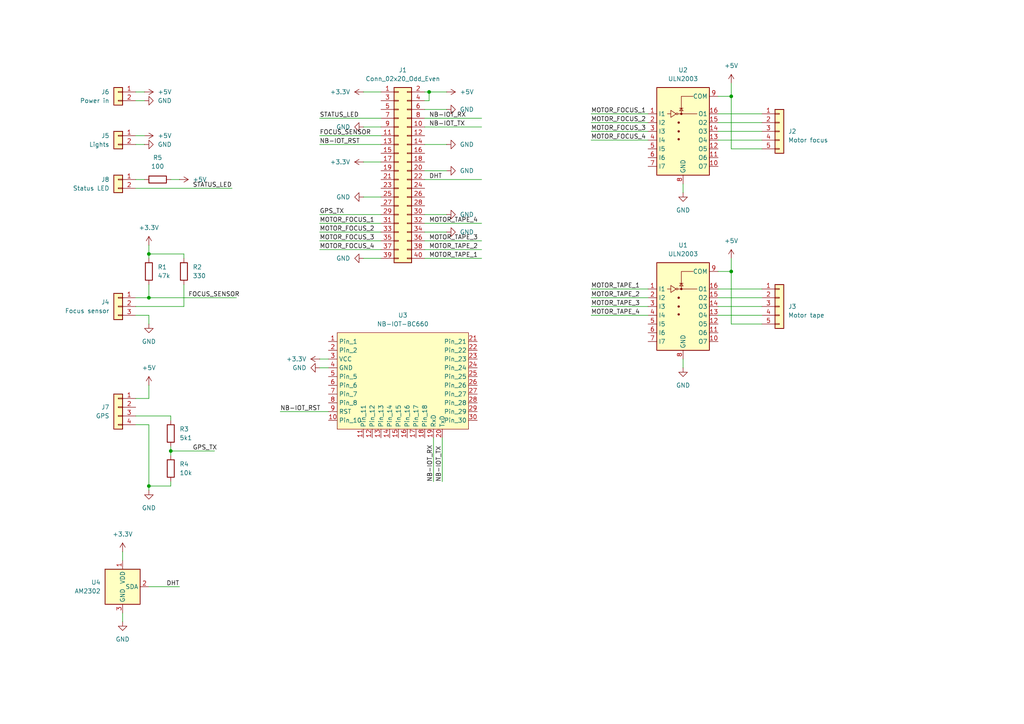
<source format=kicad_sch>
(kicad_sch (version 20231120) (generator "eeschema") (generator_version "8.0")
  (paper "A4")
  (lib_symbols
    (symbol "Connector_Generic:Conn_01x02" (pin_names (offset 1.016) hide)
      (property "Reference" "J" (at 0 2.54 0))
      (property "Value" "Conn_01x02" (at 0 -5.08 0))
      (symbol "Conn_01x02_1_1"
        (rectangle (start -1.27 -2.413) (end 0 -2.667) (stroke (width 0.1524)))
        (rectangle (start -1.27 0.127) (end 0 -0.127) (stroke (width 0.1524)))
        (rectangle (start -1.27 1.27) (end 1.27 -3.81) (stroke (width 0.254)) (fill (type background)))
        (pin passive line (at -5.08 0 0) (length 3.81) (name "Pin_1") (number "1"))
        (pin passive line (at -5.08 -2.54 0) (length 3.81) (name "Pin_2") (number "2"))
      )
    )
    (symbol "Connector_Generic:Conn_01x03" (pin_names (offset 1.016) hide)
      (property "Reference" "J" (at 0 5.08 0))
      (property "Value" "Conn_01x03" (at 0 -5.08 0))
      (symbol "Conn_01x03_1_1"
        (rectangle (start -1.27 -2.413) (end 0 -2.667) (stroke (width 0.1524)))
        (rectangle (start -1.27 0.127) (end 0 -0.127) (stroke (width 0.1524)))
        (rectangle (start -1.27 2.667) (end 0 2.413) (stroke (width 0.1524)))
        (rectangle (start -1.27 3.81) (end 1.27 -3.81) (stroke (width 0.254)) (fill (type background)))
        (pin passive line (at -5.08 2.54 0) (length 3.81) (name "Pin_1") (number "1"))
        (pin passive line (at -5.08 0 0) (length 3.81) (name "Pin_2") (number "2"))
        (pin passive line (at -5.08 -2.54 0) (length 3.81) (name "Pin_3") (number "3"))
      )
    )
    (symbol "Connector_Generic:Conn_01x04" (pin_names (offset 1.016) hide)
      (property "Reference" "J" (at 0 5.08 0))
      (property "Value" "Conn_01x04" (at 0 -7.62 0))
      (symbol "Conn_01x04_1_1"
        (rectangle (start -1.27 -4.953) (end 0 -5.207) (stroke (width 0.1524)))
        (rectangle (start -1.27 -2.413) (end 0 -2.667) (stroke (width 0.1524)))
        (rectangle (start -1.27 0.127) (end 0 -0.127) (stroke (width 0.1524)))
        (rectangle (start -1.27 2.667) (end 0 2.413) (stroke (width 0.1524)))
        (rectangle (start -1.27 3.81) (end 1.27 -6.35) (stroke (width 0.254)) (fill (type background)))
        (pin passive line (at -5.08 2.54 0) (length 3.81) (name "Pin_1") (number "1"))
        (pin passive line (at -5.08 0 0) (length 3.81) (name "Pin_2") (number "2"))
        (pin passive line (at -5.08 -2.54 0) (length 3.81) (name "Pin_3") (number "3"))
        (pin passive line (at -5.08 -5.08 0) (length 3.81) (name "Pin_4") (number "4"))
      )
    )
    (symbol "Connector_Generic:Conn_01x05" (pin_names (offset 1.016) hide)
      (property "Reference" "J" (at 0 7.62 0))
      (property "Value" "Conn_01x05" (at 0 -7.62 0))
      (symbol "Conn_01x05_1_1"
        (rectangle (start -1.27 -4.953) (end 0 -5.207) (stroke (width 0.1524)))
        (rectangle (start -1.27 -2.413) (end 0 -2.667) (stroke (width 0.1524)))
        (rectangle (start -1.27 0.127) (end 0 -0.127) (stroke (width 0.1524)))
        (rectangle (start -1.27 2.667) (end 0 2.413) (stroke (width 0.1524)))
        (rectangle (start -1.27 5.207) (end 0 4.953) (stroke (width 0.1524)))
        (rectangle (start -1.27 6.35) (end 1.27 -6.35) (stroke (width 0.254)) (fill (type background)))
        (pin passive line (at -5.08 5.08 0) (length 3.81) (name "Pin_1") (number "1"))
        (pin passive line (at -5.08 2.54 0) (length 3.81) (name "Pin_2") (number "2"))
        (pin passive line (at -5.08 0 0) (length 3.81) (name "Pin_3") (number "3"))
        (pin passive line (at -5.08 -2.54 0) (length 3.81) (name "Pin_4") (number "4"))
        (pin passive line (at -5.08 -5.08 0) (length 3.81) (name "Pin_5") (number "5"))
      )
    )
    (symbol "Connector_Generic:Conn_02x20_Odd_Even" (pin_names (offset 1.016) hide)
      (property "Reference" "J" (at 1.27 25.4 0))
      (property "Value" "Conn_02x20_Odd_Even" (at 1.27 -27.94 0))
      (symbol "Conn_02x20_Odd_Even_1_1"
        (rectangle (start -1.27 -25.273) (end 0 -25.527) (stroke (width 0.1524)))
        (rectangle (start -1.27 -22.733) (end 0 -22.987) (stroke (width 0.1524)))
        (rectangle (start -1.27 -20.193) (end 0 -20.447) (stroke (width 0.1524)))
        (rectangle (start -1.27 -17.653) (end 0 -17.907) (stroke (width 0.1524)))
        (rectangle (start -1.27 -15.113) (end 0 -15.367) (stroke (width 0.1524)))
        (rectangle (start -1.27 -12.573) (end 0 -12.827) (stroke (width 0.1524)))
        (rectangle (start -1.27 -10.033) (end 0 -10.287) (stroke (width 0.1524)))
        (rectangle (start -1.27 -7.493) (end 0 -7.747) (stroke (width 0.1524)))
        (rectangle (start -1.27 -4.953) (end 0 -5.207) (stroke (width 0.1524)))
        (rectangle (start -1.27 -2.413) (end 0 -2.667) (stroke (width 0.1524)))
        (rectangle (start -1.27 0.127) (end 0 -0.127) (stroke (width 0.1524)))
        (rectangle (start -1.27 2.667) (end 0 2.413) (stroke (width 0.1524)))
        (rectangle (start -1.27 5.207) (end 0 4.953) (stroke (width 0.1524)))
        (rectangle (start -1.27 7.747) (end 0 7.493) (stroke (width 0.1524)))
        (rectangle (start -1.27 10.287) (end 0 10.033) (stroke (width 0.1524)))
        (rectangle (start -1.27 12.827) (end 0 12.573) (stroke (width 0.1524)))
        (rectangle (start -1.27 15.367) (end 0 15.113) (stroke (width 0.1524)))
        (rectangle (start -1.27 17.907) (end 0 17.653) (stroke (width 0.1524)))
        (rectangle (start -1.27 20.447) (end 0 20.193) (stroke (width 0.1524)))
        (rectangle (start -1.27 22.987) (end 0 22.733) (stroke (width 0.1524)))
        (rectangle (start -1.27 24.13) (end 3.81 -26.67) (stroke (width 0.254)) (fill (type background)))
        (rectangle (start 3.81 -25.273) (end 2.54 -25.527) (stroke (width 0.1524)))
        (rectangle (start 3.81 -22.733) (end 2.54 -22.987) (stroke (width 0.1524)))
        (rectangle (start 3.81 -20.193) (end 2.54 -20.447) (stroke (width 0.1524)))
        (rectangle (start 3.81 -17.653) (end 2.54 -17.907) (stroke (width 0.1524)))
        (rectangle (start 3.81 -15.113) (end 2.54 -15.367) (stroke (width 0.1524)))
        (rectangle (start 3.81 -12.573) (end 2.54 -12.827) (stroke (width 0.1524)))
        (rectangle (start 3.81 -10.033) (end 2.54 -10.287) (stroke (width 0.1524)))
        (rectangle (start 3.81 -7.493) (end 2.54 -7.747) (stroke (width 0.1524)))
        (rectangle (start 3.81 -4.953) (end 2.54 -5.207) (stroke (width 0.1524)))
        (rectangle (start 3.81 -2.413) (end 2.54 -2.667) (stroke (width 0.1524)))
        (rectangle (start 3.81 0.127) (end 2.54 -0.127) (stroke (width 0.1524)))
        (rectangle (start 3.81 2.667) (end 2.54 2.413) (stroke (width 0.1524)))
        (rectangle (start 3.81 5.207) (end 2.54 4.953) (stroke (width 0.1524)))
        (rectangle (start 3.81 7.747) (end 2.54 7.493) (stroke (width 0.1524)))
        (rectangle (start 3.81 10.287) (end 2.54 10.033) (stroke (width 0.1524)))
        (rectangle (start 3.81 12.827) (end 2.54 12.573) (stroke (width 0.1524)))
        (rectangle (start 3.81 15.367) (end 2.54 15.113) (stroke (width 0.1524)))
        (rectangle (start 3.81 17.907) (end 2.54 17.653) (stroke (width 0.1524)))
        (rectangle (start 3.81 20.447) (end 2.54 20.193) (stroke (width 0.1524)))
        (rectangle (start 3.81 22.987) (end 2.54 22.733) (stroke (width 0.1524)))
        (pin passive line (at -5.08 22.86 0) (length 3.81) (name "Pin_1") (number "1"))
        (pin passive line (at 7.62 12.7 180) (length 3.81) (name "Pin_10") (number "10"))
        (pin passive line (at -5.08 10.16 0) (length 3.81) (name "Pin_11") (number "11"))
        (pin passive line (at 7.62 10.16 180) (length 3.81) (name "Pin_12") (number "12"))
        (pin passive line (at -5.08 7.62 0) (length 3.81) (name "Pin_13") (number "13"))
        (pin passive line (at 7.62 7.62 180) (length 3.81) (name "Pin_14") (number "14"))
        (pin passive line (at -5.08 5.08 0) (length 3.81) (name "Pin_15") (number "15"))
        (pin passive line (at 7.62 5.08 180) (length 3.81) (name "Pin_16") (number "16"))
        (pin passive line (at -5.08 2.54 0) (length 3.81) (name "Pin_17") (number "17"))
        (pin passive line (at 7.62 2.54 180) (length 3.81) (name "Pin_18") (number "18"))
        (pin passive line (at -5.08 0 0) (length 3.81) (name "Pin_19") (number "19"))
        (pin passive line (at 7.62 22.86 180) (length 3.81) (name "Pin_2") (number "2"))
        (pin passive line (at 7.62 0 180) (length 3.81) (name "Pin_20") (number "20"))
        (pin passive line (at -5.08 -2.54 0) (length 3.81) (name "Pin_21") (number "21"))
        (pin passive line (at 7.62 -2.54 180) (length 3.81) (name "Pin_22") (number "22"))
        (pin passive line (at -5.08 -5.08 0) (length 3.81) (name "Pin_23") (number "23"))
        (pin passive line (at 7.62 -5.08 180) (length 3.81) (name "Pin_24") (number "24"))
        (pin passive line (at -5.08 -7.62 0) (length 3.81) (name "Pin_25") (number "25"))
        (pin passive line (at 7.62 -7.62 180) (length 3.81) (name "Pin_26") (number "26"))
        (pin passive line (at -5.08 -10.16 0) (length 3.81) (name "Pin_27") (number "27"))
        (pin passive line (at 7.62 -10.16 180) (length 3.81) (name "Pin_28") (number "28"))
        (pin passive line (at -5.08 -12.7 0) (length 3.81) (name "Pin_29") (number "29"))
        (pin passive line (at -5.08 20.32 0) (length 3.81) (name "Pin_3") (number "3"))
        (pin passive line (at 7.62 -12.7 180) (length 3.81) (name "Pin_30") (number "30"))
        (pin passive line (at -5.08 -15.24 0) (length 3.81) (name "Pin_31") (number "31"))
        (pin passive line (at 7.62 -15.24 180) (length 3.81) (name "Pin_32") (number "32"))
        (pin passive line (at -5.08 -17.78 0) (length 3.81) (name "Pin_33") (number "33"))
        (pin passive line (at 7.62 -17.78 180) (length 3.81) (name "Pin_34") (number "34"))
        (pin passive line (at -5.08 -20.32 0) (length 3.81) (name "Pin_35") (number "35"))
        (pin passive line (at 7.62 -20.32 180) (length 3.81) (name "Pin_36") (number "36"))
        (pin passive line (at -5.08 -22.86 0) (length 3.81) (name "Pin_37") (number "37"))
        (pin passive line (at 7.62 -22.86 180) (length 3.81) (name "Pin_38") (number "38"))
        (pin passive line (at -5.08 -25.4 0) (length 3.81) (name "Pin_39") (number "39"))
        (pin passive line (at 7.62 20.32 180) (length 3.81) (name "Pin_4") (number "4"))
        (pin passive line (at 7.62 -25.4 180) (length 3.81) (name "Pin_40") (number "40"))
        (pin passive line (at -5.08 17.78 0) (length 3.81) (name "Pin_5") (number "5"))
        (pin passive line (at 7.62 17.78 180) (length 3.81) (name "Pin_6") (number "6"))
        (pin passive line (at -5.08 15.24 0) (length 3.81) (name "Pin_7") (number "7"))
        (pin passive line (at 7.62 15.24 180) (length 3.81) (name "Pin_8") (number "8"))
        (pin passive line (at -5.08 12.7 0) (length 3.81) (name "Pin_9") (number "9"))
      )
    )
    (symbol "Custom_Components:BC660_Olimex_module"
      (property "Reference" "U" (at 0 0 0))
      (property "Value" "NB-IOT-BC660" (at 0 -2.794 0))
      (symbol "BC660_Olimex_module_1_1"
        (rectangle (start -19.05 13.97) (end 19.05 -13.97) (fill (type background)))
        (pin input line (at -21.59 11.43 0) (length 2.54) (name "Pin_1") (number "1"))
        (pin input line (at -21.59 -11.43 0) (length 2.54) (name "Pin_10") (number "10"))
        (pin input line (at -11.43 -16.51 90) (length 2.54) (name "Pin_11") (number "11"))
        (pin input line (at -8.89 -16.51 90) (length 2.54) (name "Pin_12") (number "12"))
        (pin input line (at -6.35 -16.51 90) (length 2.54) (name "Pin_13") (number "13"))
        (pin input line (at -3.81 -16.51 90) (length 2.54) (name "Pin_14") (number "14"))
        (pin input line (at -1.27 -16.51 90) (length 2.54) (name "Pin_15") (number "15"))
        (pin input line (at 1.27 -16.51 90) (length 2.54) (name "Pin_16") (number "16"))
        (pin input line (at 3.81 -16.51 90) (length 2.54) (name "Pin_17") (number "17"))
        (pin input line (at 6.35 -16.51 90) (length 2.54) (name "Pin_18") (number "18"))
        (pin input line (at 8.89 -16.51 90) (length 2.54) (name "RxD") (number "19"))
        (pin input line (at -21.59 8.89 0) (length 2.54) (name "Pin_2") (number "2"))
        (pin output line (at 11.43 -16.51 90) (length 2.54) (name "TxD") (number "20"))
        (pin input line (at 21.59 11.43 180) (length 2.54) (name "Pin_21") (number "21"))
        (pin input line (at 21.59 8.89 180) (length 2.54) (name "Pin_22") (number "22"))
        (pin input line (at 21.59 6.35 180) (length 2.54) (name "Pin_23") (number "23"))
        (pin input line (at 21.59 3.81 180) (length 2.54) (name "Pin_24") (number "24"))
        (pin input line (at 21.59 1.27 180) (length 2.54) (name "Pin_25") (number "25"))
        (pin input line (at 21.59 -1.27 180) (length 2.54) (name "Pin_26") (number "26"))
        (pin input line (at 21.59 -3.81 180) (length 2.54) (name "Pin_27") (number "27"))
        (pin input line (at 21.59 -6.35 180) (length 2.54) (name "Pin_28") (number "28"))
        (pin input line (at 21.59 -8.89 180) (length 2.54) (name "Pin_29") (number "29"))
        (pin power_in line (at -21.59 6.35 0) (length 2.54) (name "VCC") (number "3"))
        (pin input line (at 21.59 -11.43 180) (length 2.54) (name "Pin_30") (number "30"))
        (pin power_in line (at -21.59 3.81 0) (length 2.54) (name "GND") (number "4"))
        (pin input line (at -21.59 1.27 0) (length 2.54) (name "Pin_5") (number "5"))
        (pin input line (at -21.59 -1.27 0) (length 2.54) (name "Pin_6") (number "6"))
        (pin input line (at -21.59 -3.81 0) (length 2.54) (name "Pin_7") (number "7"))
        (pin input line (at -21.59 -6.35 0) (length 2.54) (name "Pin_8") (number "8"))
        (pin input line (at -21.59 -8.89 0) (length 2.54) (name "RST") (number "9"))
      )
    )
    (symbol "Device:R" (pin_numbers hide) (pin_names (offset 0))
      (property "Reference" "R" (at 2.032 0 90))
      (property "Value" "R" (at 0 0 90))
      (symbol "R_0_1"
        (rectangle (start -1.016 -2.54) (end 1.016 2.54) (stroke (width 0.254)))
      )
      (symbol "R_1_1"
        (pin passive line (at 0 3.81 270) (length 1.27) (name "~") (number "1"))
        (pin passive line (at 0 -3.81 90) (length 1.27) (name "~") (number "2"))
      )
    )
    (symbol "Sensor:AM2302"
      (property "Reference" "U" (at -3.81 6.35 0))
      (property "Value" "AM2302" (at 3.81 6.35 0))
      (symbol "AM2302_0_1"
        (rectangle (start -5.08 5.08) (end 5.08 -5.08) (stroke (width 0.254)) (fill (type background)))
      )
      (symbol "AM2302_1_1"
        (pin power_in line (at 0 7.62 270) (length 2.54) (name "VDD") (number "1"))
        (pin bidirectional line (at 7.62 0 180) (length 2.54) (name "SDA") (number "2"))
        (pin power_in line (at 0 -7.62 90) (length 2.54) (name "GND") (number "3"))
        (pin passive line (at 0 -7.62 90) (length 2.54) hide (name "GND") (number "4"))
      )
    )
    (symbol "Transistor_Array:ULN2003"
      (property "Reference" "U" (at 0 15.875 0))
      (property "Value" "ULN2003" (at 0 13.97 0))
      (symbol "ULN2003_0_1"
        (rectangle (start -7.62 -12.7) (end 7.62 12.7) (stroke (width 0.254)) (fill (type background)))
        (circle (center -1.778 5.08) (radius 0.254))
        (circle (center -1.27 -2.286) (radius 0.254) (fill (type outline)))
        (circle (center -1.27 0) (radius 0.254) (fill (type outline)))
        (circle (center -1.27 2.54) (radius 0.254) (fill (type outline)))
        (circle (center -0.508 5.08) (radius 0.254) (fill (type outline)))
        (polyline (pts (xy -4.572 5.08) (xy -3.556 5.08)))
        (polyline (pts (xy -1.524 5.08) (xy 4.064 5.08)))
        (polyline (pts (xy 0 6.731) (xy -1.016 6.731)))
        (polyline (pts (xy -0.508 5.08) (xy -0.508 10.16) (xy 2.921 10.16)))
        (polyline (pts (xy -3.556 6.096) (xy -3.556 4.064) (xy -2.032 5.08) (xy -3.556 6.096)))
        (polyline (pts (xy 0 5.969) (xy -1.016 5.969) (xy -0.508 6.731) (xy 0 5.969)))
      )
      (symbol "ULN2003_1_1"
        (pin input line (at -10.16 5.08 0) (length 2.54) (name "I1") (number "1"))
        (pin open_collector line (at 10.16 -10.16 180) (length 2.54) (name "O7") (number "10"))
        (pin open_collector line (at 10.16 -7.62 180) (length 2.54) (name "O6") (number "11"))
        (pin open_collector line (at 10.16 -5.08 180) (length 2.54) (name "O5") (number "12"))
        (pin open_collector line (at 10.16 -2.54 180) (length 2.54) (name "O4") (number "13"))
        (pin open_collector line (at 10.16 0 180) (length 2.54) (name "O3") (number "14"))
        (pin open_collector line (at 10.16 2.54 180) (length 2.54) (name "O2") (number "15"))
        (pin open_collector line (at 10.16 5.08 180) (length 2.54) (name "O1") (number "16"))
        (pin input line (at -10.16 2.54 0) (length 2.54) (name "I2") (number "2"))
        (pin input line (at -10.16 0 0) (length 2.54) (name "I3") (number "3"))
        (pin input line (at -10.16 -2.54 0) (length 2.54) (name "I4") (number "4"))
        (pin input line (at -10.16 -5.08 0) (length 2.54) (name "I5") (number "5"))
        (pin input line (at -10.16 -7.62 0) (length 2.54) (name "I6") (number "6"))
        (pin input line (at -10.16 -10.16 0) (length 2.54) (name "I7") (number "7"))
        (pin power_in line (at 0 -15.24 90) (length 2.54) (name "GND") (number "8"))
        (pin passive line (at 10.16 10.16 180) (length 2.54) (name "COM") (number "9"))
      )
    )
    (symbol "power:+3.3V" (power) (pin_numbers hide) (pin_names (offset 0) hide)
      (property "Value" "+3.3V" (at 0 3.556 0))
      (symbol "+3.3V_0_1"
        (polyline (pts (xy -0.762 1.27) (xy 0 2.54)))
        (polyline (pts (xy 0 0) (xy 0 2.54)))
        (polyline (pts (xy 0 2.54) (xy 0.762 1.27)))
      )
      (symbol "+3.3V_1_1"
        (pin power_in line (at 0 0 90) (length 0) (name "~") (number "1"))
      )
    )
    (symbol "power:+5V" (power) (pin_numbers hide) (pin_names (offset 0) hide)
      (property "Value" "+5V" (at 0 3.556 0))
      (symbol "+5V_0_1"
        (polyline (pts (xy -0.762 1.27) (xy 0 2.54)))
        (polyline (pts (xy 0 0) (xy 0 2.54)))
        (polyline (pts (xy 0 2.54) (xy 0.762 1.27)))
      )
      (symbol "+5V_1_1"
        (pin power_in line (at 0 0 90) (length 0) (name "~") (number "1"))
      )
    )
    (symbol "power:GND" (power) (pin_numbers hide) (pin_names (offset 0) hide)
      (property "Value" "GND" (at 0 -3.81 0))
      (symbol "GND_0_1"
        (polyline (pts (xy 0 0) (xy 0 -1.27) (xy 1.27 -1.27) (xy 0 -2.54) (xy -1.27 -1.27) (xy 0 -1.27)))
      )
      (symbol "GND_1_1"
        (pin power_in line (at 0 0 270) (length 0) (name "~") (number "1"))
      )
    )
  )
  (junction (at 43.18 73.66))
  (junction (at 212.09 78.74))
  (junction (at 49.53 130.81))
  (junction (at 212.09 27.94))
  (junction (at 43.18 86.36))
  (junction (at 124.46 26.67))
  (junction (at 43.18 140.97))
  (wire (pts (xy 171.45 40.64) (xy 187.96 40.64)))
  (wire (pts (xy 123.19 74.93) (xy 139.7 74.93)))
  (wire (pts (xy 171.45 33.02) (xy 187.96 33.02)))
  (wire (pts (xy 43.18 170.18) (xy 52.07 170.18)))
  (wire (pts (xy 123.19 64.77) (xy 139.7 64.77)))
  (wire (pts (xy 123.19 52.07) (xy 139.7 52.07)))
  (wire (pts (xy 124.46 29.21) (xy 124.46 26.67)))
  (wire (pts (xy 92.71 41.91) (xy 110.49 41.91)))
  (wire (pts (xy 39.37 91.44) (xy 43.18 91.44)))
  (wire (pts (xy 123.19 29.21) (xy 124.46 29.21)))
  (wire (pts (xy 123.19 72.39) (xy 139.7 72.39)))
  (wire (pts (xy 198.12 106.68) (xy 198.12 104.14)))
  (wire (pts (xy 208.28 83.82) (xy 220.98 83.82)))
  (wire (pts (xy 53.34 73.66) (xy 53.34 74.93)))
  (wire (pts (xy 105.41 46.99) (xy 110.49 46.99)))
  (wire (pts (xy 92.71 34.29) (xy 110.49 34.29)))
  (wire (pts (xy 53.34 82.55) (xy 53.34 88.9)))
  (wire (pts (xy 212.09 43.18) (xy 212.09 27.94)))
  (wire (pts (xy 92.71 104.14) (xy 95.25 104.14)))
  (wire (pts (xy 92.71 64.77) (xy 110.49 64.77)))
  (wire (pts (xy 39.37 41.91) (xy 41.91 41.91)))
  (wire (pts (xy 220.98 93.98) (xy 212.09 93.98)))
  (wire (pts (xy 92.71 69.85) (xy 110.49 69.85)))
  (wire (pts (xy 125.73 127) (xy 125.73 139.7)))
  (wire (pts (xy 123.19 34.29) (xy 139.7 34.29)))
  (wire (pts (xy 92.71 67.31) (xy 110.49 67.31)))
  (wire (pts (xy 105.41 57.15) (xy 110.49 57.15)))
  (wire (pts (xy 39.37 88.9) (xy 53.34 88.9)))
  (wire (pts (xy 171.45 86.36) (xy 187.96 86.36)))
  (wire (pts (xy 171.45 91.44) (xy 187.96 91.44)))
  (wire (pts (xy 39.37 26.67) (xy 41.91 26.67)))
  (wire (pts (xy 123.19 62.23) (xy 129.54 62.23)))
  (wire (pts (xy 39.37 123.19) (xy 43.18 123.19)))
  (wire (pts (xy 128.27 127) (xy 128.27 139.7)))
  (wire (pts (xy 49.53 52.07) (xy 52.07 52.07)))
  (wire (pts (xy 171.45 35.56) (xy 187.96 35.56)))
  (wire (pts (xy 123.19 41.91) (xy 129.54 41.91)))
  (wire (pts (xy 92.71 106.68) (xy 95.25 106.68)))
  (wire (pts (xy 171.45 83.82) (xy 187.96 83.82)))
  (wire (pts (xy 39.37 52.07) (xy 41.91 52.07)))
  (wire (pts (xy 43.18 86.36) (xy 68.58 86.36)))
  (wire (pts (xy 105.41 36.83) (xy 110.49 36.83)))
  (wire (pts (xy 43.18 73.66) (xy 53.34 73.66)))
  (wire (pts (xy 124.46 26.67) (xy 129.54 26.67)))
  (wire (pts (xy 212.09 24.13) (xy 212.09 27.94)))
  (wire (pts (xy 123.19 49.53) (xy 129.54 49.53)))
  (wire (pts (xy 43.18 71.12) (xy 43.18 73.66)))
  (wire (pts (xy 43.18 82.55) (xy 43.18 86.36)))
  (wire (pts (xy 208.28 40.64) (xy 220.98 40.64)))
  (wire (pts (xy 171.45 38.1) (xy 187.96 38.1)))
  (wire (pts (xy 123.19 31.75) (xy 129.54 31.75)))
  (wire (pts (xy 43.18 111.76) (xy 43.18 115.57)))
  (wire (pts (xy 39.37 54.61) (xy 67.31 54.61)))
  (wire (pts (xy 212.09 78.74) (xy 208.28 78.74)))
  (wire (pts (xy 49.53 140.97) (xy 49.53 139.7)))
  (wire (pts (xy 212.09 27.94) (xy 208.28 27.94)))
  (wire (pts (xy 220.98 43.18) (xy 212.09 43.18)))
  (wire (pts (xy 171.45 88.9) (xy 187.96 88.9)))
  (wire (pts (xy 208.28 38.1) (xy 220.98 38.1)))
  (wire (pts (xy 208.28 35.56) (xy 220.98 35.56)))
  (wire (pts (xy 208.28 88.9) (xy 220.98 88.9)))
  (wire (pts (xy 212.09 93.98) (xy 212.09 78.74)))
  (wire (pts (xy 123.19 26.67) (xy 124.46 26.67)))
  (wire (pts (xy 39.37 29.21) (xy 41.91 29.21)))
  (wire (pts (xy 43.18 115.57) (xy 39.37 115.57)))
  (wire (pts (xy 105.41 74.93) (xy 110.49 74.93)))
  (wire (pts (xy 43.18 73.66) (xy 43.18 74.93)))
  (wire (pts (xy 208.28 91.44) (xy 220.98 91.44)))
  (wire (pts (xy 198.12 55.88) (xy 198.12 53.34)))
  (wire (pts (xy 43.18 142.24) (xy 43.18 140.97)))
  (wire (pts (xy 212.09 74.93) (xy 212.09 78.74)))
  (wire (pts (xy 43.18 123.19) (xy 43.18 140.97)))
  (wire (pts (xy 208.28 33.02) (xy 220.98 33.02)))
  (wire (pts (xy 49.53 129.54) (xy 49.53 130.81)))
  (wire (pts (xy 208.28 86.36) (xy 220.98 86.36)))
  (wire (pts (xy 81.28 119.38) (xy 95.25 119.38)))
  (wire (pts (xy 35.56 160.02) (xy 35.56 162.56)))
  (wire (pts (xy 105.41 26.67) (xy 110.49 26.67)))
  (wire (pts (xy 49.53 130.81) (xy 49.53 132.08)))
  (wire (pts (xy 43.18 140.97) (xy 49.53 140.97)))
  (wire (pts (xy 123.19 67.31) (xy 129.54 67.31)))
  (wire (pts (xy 123.19 69.85) (xy 139.7 69.85)))
  (wire (pts (xy 43.18 91.44) (xy 43.18 93.98)))
  (wire (pts (xy 123.19 36.83) (xy 139.7 36.83)))
  (wire (pts (xy 39.37 86.36) (xy 43.18 86.36)))
  (wire (pts (xy 49.53 120.65) (xy 49.53 121.92)))
  (wire (pts (xy 35.56 180.34) (xy 35.56 177.8)))
  (wire (pts (xy 49.53 130.81) (xy 62.23 130.81)))
  (wire (pts (xy 92.71 72.39) (xy 110.49 72.39)))
  (wire (pts (xy 92.71 39.37) (xy 110.49 39.37)))
  (wire (pts (xy 39.37 120.65) (xy 49.53 120.65)))
  (wire (pts (xy 39.37 39.37) (xy 41.91 39.37)))
  (wire (pts (xy 92.71 62.23) (xy 110.49 62.23)))
  (label "NB-IOT_RX" (at 124.46 34.29 0))
  (label "DHT" (at 48.26 170.18 0))
  (label "MOTOR_TAPE_1" (at 124.46 74.93 0))
  (label "NB-IOT_RST" (at 81.28 119.38 0))
  (label "GPS_TX" (at 92.71 62.23 0))
  (label "MOTOR_FOCUS_3" (at 171.45 38.1 0))
  (label "MOTOR_FOCUS_1" (at 171.45 33.02 0))
  (label "MOTOR_TAPE_4" (at 124.46 64.77 0))
  (label "MOTOR_FOCUS_3" (at 92.71 69.85 0))
  (label "MOTOR_TAPE_2" (at 124.46 72.39 0))
  (label "FOCUS_SENSOR" (at 92.71 39.37 0))
  (label "MOTOR_TAPE_4" (at 171.45 91.44 0))
  (label "GPS_TX" (at 55.88 130.81 0))
  (label "FOCUS_SENSOR" (at 54.61 86.36 0))
  (label "NB-IOT_TX" (at 124.46 36.83 0))
  (label "STATUS_LED" (at 55.88 54.61 0))
  (label "MOTOR_TAPE_1" (at 171.45 83.82 0))
  (label "MOTOR_TAPE_3" (at 171.45 88.9 0))
  (label "NB-IOT_RX" (at 125.73 139.7 90))
  (label "DHT" (at 124.46 52.07 0))
  (label "MOTOR_FOCUS_4" (at 171.45 40.64 0))
  (label "NB-IOT_RST" (at 92.71 41.91 0))
  (label "MOTOR_FOCUS_2" (at 92.71 67.31 0))
  (label "MOTOR_FOCUS_4" (at 92.71 72.39 0))
  (label "STATUS_LED" (at 92.71 34.29 0))
  (label "NB-IOT_TX" (at 128.27 139.7 90))
  (label "MOTOR_FOCUS_1" (at 92.71 64.77 0))
  (label "MOTOR_TAPE_2" (at 171.45 86.36 0))
  (label "MOTOR_TAPE_3" (at 124.46 69.85 0))
  (label "MOTOR_FOCUS_2" (at 171.45 35.56 0))
  (symbol (lib_id "Connector_Generic:Conn_01x03") (at 34.29 88.9 0) (mirror y) (unit 1)
    (property "Reference" "J4" (at 31.75 87.6299 0) (effects (justify left)))
    (property "Value" "Focus sensor" (at 31.75 90.1699 0) (effects (justify left)))
    (property "Footprint" "Connector_PinSocket_2.54mm:PinSocket_1x03_P2.54mm_Vertical" (effects (hide yes)))
    (property "Description" "Generic connector, single row, 01x03, script generated (kicad-library-utils/schlib/autogen/connector/)" (effects (hide yes)))
  )
  (symbol (lib_id "power:+5V") (at 212.09 24.13 0) (unit 1)
    (property "Reference" "#PWR021" (effects (hide yes)))
    (property "Value" "+5V" (at 212.09 19.05 0))
    (property "Description" "Power symbol creates a global label with name \"+5V\"" (effects (hide yes)))
  )
  (symbol (lib_id "Sensor:AM2302") (at 35.56 170.18 0) (unit 1)
    (property "Reference" "U4" (at 29.21 168.9099 0) (effects (justify right)))
    (property "Value" "AM2302" (at 29.21 171.4499 0) (effects (justify right)))
    (property "Footprint" "Sensor:ASAIR_AM2302_P2.54mm_Vertical" (effects (hide yes)))
    (property "Datasheet" "http://akizukidenshi.com/download/ds/aosong/AM2302.pdf" (effects (hide yes)))
    (property "Description" "3.3 to 5.0V, Temperature and humidity module,  DHT22, AM2302" (effects (hide yes)))
  )
  (symbol (lib_id "power:GND") (at 198.12 106.68 0) (unit 1)
    (property "Reference" "#PWR020" (effects (hide yes)))
    (property "Value" "GND" (at 198.12 111.76 0))
    (property "Description" "Power symbol creates a global label with name \"GND\" , ground" (effects (hide yes)))
  )
  (symbol (lib_id "power:GND") (at 92.71 106.68 270) (unit 1)
    (property "Reference" "#PWR027" (effects (hide yes)))
    (property "Value" "GND" (at 88.9 106.6799 90) (effects (justify right)))
    (property "Description" "Power symbol creates a global label with name \"GND\" , ground" (effects (hide yes)))
  )
  (symbol (lib_id "power:+5V") (at 41.91 26.67 270) (unit 1)
    (property "Reference" "#PWR05" (effects (hide yes)))
    (property "Value" "+5V" (at 45.72 26.6699 90) (effects (justify left)))
    (property "Description" "Power symbol creates a global label with name \"+5V\"" (effects (hide yes)))
  )
  (symbol (lib_id "Device:R") (at 53.34 78.74 0) (unit 1)
    (property "Reference" "R2" (at 55.88 77.4699 0) (effects (justify left)))
    (property "Value" "330" (at 55.88 80.0099 0) (effects (justify left)))
    (property "Footprint" "Resistor_THT:R_Axial_DIN0207_L6.3mm_D2.5mm_P10.16mm_Horizontal" (effects (hide yes)))
    (property "Description" "Resistor" (effects (hide yes)))
  )
  (symbol (lib_id "Connector_Generic:Conn_01x02") (at 34.29 39.37 0) (mirror y) (unit 1)
    (property "Reference" "J5" (at 31.75 39.3699 0) (effects (justify left)))
    (property "Value" "Lights" (at 31.75 41.9099 0) (effects (justify left)))
    (property "Footprint" "Connector_PinSocket_2.54mm:PinSocket_1x02_P2.54mm_Vertical" (effects (hide yes)))
    (property "Description" "Generic connector, single row, 01x02, script generated (kicad-library-utils/schlib/autogen/connector/)" (effects (hide yes)))
  )
  (symbol (lib_id "power:GND") (at 35.56 180.34 0) (unit 1)
    (property "Reference" "#PWR024" (effects (hide yes)))
    (property "Value" "GND" (at 35.56 185.42 0))
    (property "Description" "Power symbol creates a global label with name \"GND\" , ground" (effects (hide yes)))
  )
  (symbol (lib_id "Transistor_Array:ULN2003") (at 198.12 38.1 0) (unit 1)
    (property "Reference" "U2" (at 198.12 20.32 0))
    (property "Value" "ULN2003" (at 198.12 22.86 0))
    (property "Footprint" "Package_DIP:DIP-16_W7.62mm_Socket" (effects (hide yes)))
    (property "Datasheet" "http://www.ti.com/lit/ds/symlink/uln2003a.pdf" (effects (hide yes)))
    (property "Description" "High Voltage, High Current Darlington Transistor Arrays, SOIC16/SOIC16W/DIP16/TSSOP16" (effects (hide yes)))
  )
  (symbol (lib_id "power:+5V") (at 43.18 111.76 0) (unit 1)
    (property "Reference" "#PWR01" (effects (hide yes)))
    (property "Value" "+5V" (at 43.18 106.68 0))
    (property "Description" "Power symbol creates a global label with name \"+5V\"" (effects (hide yes)))
  )
  (symbol (lib_id "power:+5V") (at 52.07 52.07 270) (unit 1)
    (property "Reference" "#PWR028" (effects (hide yes)))
    (property "Value" "+5V" (at 55.88 52.0699 90) (effects (justify left)))
    (property "Description" "Power symbol creates a global label with name \"+5V\"" (effects (hide yes)))
  )
  (symbol (lib_id "power:GND") (at 129.54 31.75 90) (unit 1)
    (property "Reference" "#PWR011" (effects (hide yes)))
    (property "Value" "GND" (at 133.35 31.7499 90) (effects (justify right)))
    (property "Description" "Power symbol creates a global label with name \"GND\" , ground" (effects (hide yes)))
  )
  (symbol (lib_id "power:+3.3V") (at 105.41 26.67 90) (unit 1)
    (property "Reference" "#PWR09" (effects (hide yes)))
    (property "Value" "+3.3V" (at 101.6 26.6699 90) (effects (justify left)))
    (property "Description" "Power symbol creates a global label with name \"+3.3V\"" (effects (hide yes)))
  )
  (symbol (lib_id "power:GND") (at 129.54 41.91 90) (unit 1)
    (property "Reference" "#PWR012" (effects (hide yes)))
    (property "Value" "GND" (at 133.35 41.9099 90) (effects (justify right)))
    (property "Description" "Power symbol creates a global label with name \"GND\" , ground" (effects (hide yes)))
  )
  (symbol (lib_id "Transistor_Array:ULN2003") (at 198.12 88.9 0) (unit 1)
    (property "Reference" "U1" (at 198.12 71.12 0))
    (property "Value" "ULN2003" (at 198.12 73.66 0))
    (property "Footprint" "Package_DIP:DIP-16_W7.62mm_Socket" (effects (hide yes)))
    (property "Datasheet" "http://www.ti.com/lit/ds/symlink/uln2003a.pdf" (effects (hide yes)))
    (property "Description" "High Voltage, High Current Darlington Transistor Arrays, SOIC16/SOIC16W/DIP16/TSSOP16" (effects (hide yes)))
  )
  (symbol (lib_id "power:GND") (at 129.54 62.23 90) (unit 1)
    (property "Reference" "#PWR015" (effects (hide yes)))
    (property "Value" "GND" (at 133.35 62.2299 90) (effects (justify right)))
    (property "Description" "Power symbol creates a global label with name \"GND\" , ground" (effects (hide yes)))
  )
  (symbol (lib_id "power:+3.3V") (at 43.18 71.12 0) (unit 1)
    (property "Reference" "#PWR04" (effects (hide yes)))
    (property "Value" "+3.3V" (at 43.18 66.04 0))
    (property "Description" "Power symbol creates a global label with name \"+3.3V\"" (effects (hide yes)))
  )
  (symbol (lib_id "power:+5V") (at 129.54 26.67 270) (unit 1)
    (property "Reference" "#PWR010" (effects (hide yes)))
    (property "Value" "+5V" (at 133.35 26.6699 90) (effects (justify left)))
    (property "Description" "Power symbol creates a global label with name \"+5V\"" (effects (hide yes)))
  )
  (symbol (lib_id "power:GND") (at 41.91 29.21 90) (unit 1)
    (property "Reference" "#PWR07" (effects (hide yes)))
    (property "Value" "GND" (at 45.72 29.2099 90) (effects (justify right)))
    (property "Description" "Power symbol creates a global label with name \"GND\" , ground" (effects (hide yes)))
  )
  (symbol (lib_id "power:+3.3V") (at 105.41 46.99 90) (unit 1)
    (property "Reference" "#PWR025" (effects (hide yes)))
    (property "Value" "+3.3V" (at 101.6 46.9899 90) (effects (justify left)))
    (property "Description" "Power symbol creates a global label with name \"+3.3V\"" (effects (hide yes)))
  )
  (symbol (lib_id "Device:R") (at 45.72 52.07 90) (unit 1)
    (property "Reference" "R5" (at 45.72 45.72 90))
    (property "Value" "100" (at 45.72 48.26 90))
    (property "Footprint" "Resistor_THT:R_Axial_DIN0207_L6.3mm_D2.5mm_P10.16mm_Horizontal" (effects (hide yes)))
    (property "Description" "Resistor" (effects (hide yes)))
  )
  (symbol (lib_id "power:GND") (at 105.41 36.83 270) (unit 1)
    (property "Reference" "#PWR013" (effects (hide yes)))
    (property "Value" "GND" (at 101.6 36.8299 90) (effects (justify right)))
    (property "Description" "Power symbol creates a global label with name \"GND\" , ground" (effects (hide yes)))
  )
  (symbol (lib_id "power:GND") (at 105.41 74.93 270) (unit 1)
    (property "Reference" "#PWR018" (effects (hide yes)))
    (property "Value" "GND" (at 101.6 74.9299 90) (effects (justify right)))
    (property "Description" "Power symbol creates a global label with name \"GND\" , ground" (effects (hide yes)))
  )
  (symbol (lib_id "Connector_Generic:Conn_02x20_Odd_Even") (at 115.57 49.53 0) (unit 1)
    (property "Reference" "J1" (at 116.84 20.32 0))
    (property "Value" "Conn_02x20_Odd_Even" (at 116.84 22.86 0))
    (property "Footprint" "Connector_PinSocket_2.54mm:PinSocket_2x20_P2.54mm_Vertical" (effects (hide yes)))
    (property "Description" "Generic connector, double row, 02x20, odd/even pin numbering scheme (row 1 odd numbers, row 2 even numbers), script generated (kicad-library-utils/schlib/autogen/connector/)" (effects (hide yes)))
  )
  (symbol (lib_id "Connector_Generic:Conn_01x04") (at 34.29 118.11 0) (mirror y) (unit 1)
    (property "Reference" "J7" (at 31.75 118.1099 0) (effects (justify left)))
    (property "Value" "GPS" (at 31.75 120.6499 0) (effects (justify left)))
    (property "Footprint" "Connector_PinHeader_2.54mm:PinHeader_1x04_P2.54mm_Vertical" (effects (hide yes)))
    (property "Description" "Generic connector, single row, 01x04, script generated (kicad-library-utils/schlib/autogen/connector/)" (effects (hide yes)))
  )
  (symbol (lib_id "power:GND") (at 43.18 93.98 0) (unit 1)
    (property "Reference" "#PWR03" (effects (hide yes)))
    (property "Value" "GND" (at 43.18 99.06 0))
    (property "Description" "Power symbol creates a global label with name \"GND\" , ground" (effects (hide yes)))
  )
  (symbol (lib_id "power:GND") (at 129.54 67.31 90) (unit 1)
    (property "Reference" "#PWR016" (effects (hide yes)))
    (property "Value" "GND" (at 133.35 67.3099 90) (effects (justify right)))
    (property "Description" "Power symbol creates a global label with name \"GND\" , ground" (effects (hide yes)))
  )
  (symbol (lib_id "power:GND") (at 198.12 55.88 0) (unit 1)
    (property "Reference" "#PWR019" (effects (hide yes)))
    (property "Value" "GND" (at 198.12 60.96 0))
    (property "Description" "Power symbol creates a global label with name \"GND\" , ground" (effects (hide yes)))
  )
  (symbol (lib_id "Connector_Generic:Conn_01x02") (at 34.29 26.67 0) (mirror y) (unit 1)
    (property "Reference" "J6" (at 31.75 26.6699 0) (effects (justify left)))
    (property "Value" "Power in" (at 31.75 29.2099 0) (effects (justify left)))
    (property "Footprint" "Connector_PinSocket_2.54mm:PinSocket_1x02_P2.54mm_Vertical" (effects (hide yes)))
    (property "Description" "Generic connector, single row, 01x02, script generated (kicad-library-utils/schlib/autogen/connector/)" (effects (hide yes)))
  )
  (symbol (lib_id "power:GND") (at 41.91 41.91 90) (unit 1)
    (property "Reference" "#PWR08" (effects (hide yes)))
    (property "Value" "GND" (at 45.72 41.9099 90) (effects (justify right)))
    (property "Description" "Power symbol creates a global label with name \"GND\" , ground" (effects (hide yes)))
  )
  (symbol (lib_id "Connector_Generic:Conn_01x02") (at 34.29 52.07 0) (mirror y) (unit 1)
    (property "Reference" "J8" (at 31.75 52.0699 0) (effects (justify left)))
    (property "Value" "Status LED" (at 31.75 54.6099 0) (effects (justify left)))
    (property "Footprint" "Connector_PinSocket_2.54mm:PinSocket_1x02_P2.54mm_Vertical" (effects (hide yes)))
    (property "Description" "Generic connector, single row, 01x02, script generated (kicad-library-utils/schlib/autogen/connector/)" (effects (hide yes)))
  )
  (symbol (lib_id "power:GND") (at 129.54 49.53 90) (unit 1)
    (property "Reference" "#PWR014" (effects (hide yes)))
    (property "Value" "GND" (at 133.35 49.5299 90) (effects (justify right)))
    (property "Description" "Power symbol creates a global label with name \"GND\" , ground" (effects (hide yes)))
  )
  (symbol (lib_id "Device:R") (at 49.53 125.73 0) (unit 1)
    (property "Reference" "R3" (at 52.07 124.4599 0) (effects (justify left)))
    (property "Value" "5k1" (at 52.07 126.9999 0) (effects (justify left)))
    (property "Footprint" "Resistor_THT:R_Axial_DIN0207_L6.3mm_D2.5mm_P10.16mm_Horizontal" (effects (hide yes)))
    (property "Description" "Resistor" (effects (hide yes)))
  )
  (symbol (lib_id "Connector_Generic:Conn_01x05") (at 226.06 88.9 0) (unit 1)
    (property "Reference" "J3" (at 228.6 88.8999 0) (effects (justify left)))
    (property "Value" "Motor tape" (at 228.6 91.4399 0) (effects (justify left)))
    (property "Footprint" "Connector_PinHeader_2.54mm:PinHeader_1x05_P2.54mm_Vertical" (effects (hide yes)))
    (property "Description" "Generic connector, single row, 01x05, script generated (kicad-library-utils/schlib/autogen/connector/)" (effects (hide yes)))
  )
  (symbol (lib_id "Custom_Components:BC660_Olimex_module") (at 116.84 110.49 0) (unit 1)
    (property "Reference" "U3" (at 116.84 91.44 0))
    (property "Value" "NB-IOT-BC660" (at 116.84 93.98 0))
    (property "Footprint" "Custom_Components:NB-IOT-BC660" (effects (hide yes)))
  )
  (symbol (lib_id "power:+3.3V") (at 35.56 160.02 0) (unit 1)
    (property "Reference" "#PWR023" (effects (hide yes)))
    (property "Value" "+3.3V" (at 35.56 154.94 0))
    (property "Description" "Power symbol creates a global label with name \"+3.3V\"" (effects (hide yes)))
  )
  (symbol (lib_id "Device:R") (at 43.18 78.74 0) (unit 1)
    (property "Reference" "R1" (at 45.72 77.4699 0) (effects (justify left)))
    (property "Value" "47k" (at 45.72 80.0099 0) (effects (justify left)))
    (property "Footprint" "Resistor_THT:R_Axial_DIN0207_L6.3mm_D2.5mm_P10.16mm_Horizontal" (effects (hide yes)))
    (property "Description" "Resistor" (effects (hide yes)))
  )
  (symbol (lib_id "power:GND") (at 105.41 57.15 270) (unit 1)
    (property "Reference" "#PWR017" (effects (hide yes)))
    (property "Value" "GND" (at 101.6 57.1499 90) (effects (justify right)))
    (property "Description" "Power symbol creates a global label with name \"GND\" , ground" (effects (hide yes)))
  )
  (symbol (lib_id "power:+5V") (at 41.91 39.37 270) (unit 1)
    (property "Reference" "#PWR06" (effects (hide yes)))
    (property "Value" "+5V" (at 45.72 39.3699 90) (effects (justify left)))
    (property "Description" "Power symbol creates a global label with name \"+5V\"" (effects (hide yes)))
  )
  (symbol (lib_id "power:GND") (at 43.18 142.24 0) (unit 1)
    (property "Reference" "#PWR02" (effects (hide yes)))
    (property "Value" "GND" (at 43.18 147.32 0))
    (property "Description" "Power symbol creates a global label with name \"GND\" , ground" (effects (hide yes)))
  )
  (symbol (lib_id "Connector_Generic:Conn_01x05") (at 226.06 38.1 0) (unit 1)
    (property "Reference" "J2" (at 228.6 38.0999 0) (effects (justify left)))
    (property "Value" "Motor focus" (at 228.6 40.6399 0) (effects (justify left)))
    (property "Footprint" "Connector_PinHeader_2.54mm:PinHeader_1x05_P2.54mm_Vertical" (effects (hide yes)))
    (property "Description" "Generic connector, single row, 01x05, script generated (kicad-library-utils/schlib/autogen/connector/)" (effects (hide yes)))
  )
  (symbol (lib_id "power:+5V") (at 212.09 74.93 0) (unit 1)
    (property "Reference" "#PWR022" (effects (hide yes)))
    (property "Value" "+5V" (at 212.09 69.85 0))
    (property "Description" "Power symbol creates a global label with name \"+5V\"" (effects (hide yes)))
  )
  (symbol (lib_id "power:+3.3V") (at 92.71 104.14 90) (unit 1)
    (property "Reference" "#PWR026" (effects (hide yes)))
    (property "Value" "+3.3V" (at 88.9 104.1399 90) (effects (justify left)))
    (property "Description" "Power symbol creates a global label with name \"+3.3V\"" (effects (hide yes)))
  )
  (symbol (lib_id "Device:R") (at 49.53 135.89 0) (unit 1)
    (property "Reference" "R4" (at 52.07 134.6199 0) (effects (justify left)))
    (property "Value" "10k" (at 52.07 137.1599 0) (effects (justify left)))
    (property "Footprint" "Resistor_THT:R_Axial_DIN0207_L6.3mm_D2.5mm_P10.16mm_Horizontal" (effects (hide yes)))
    (property "Description" "Resistor" (effects (hide yes)))
  )
)
</source>
